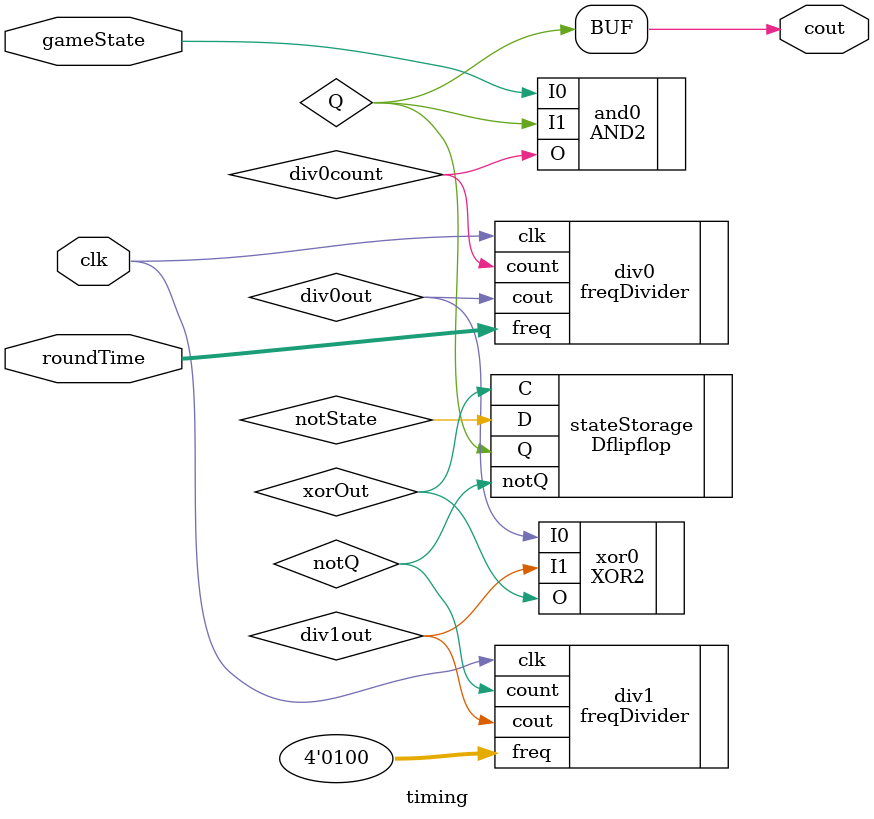
<source format=v>
`timescale 1ns / 1ps
module timing(
    input clk,
    input gameState,
	 input [3:0] roundTime,
	 output cout
    );
	 
	wire notQ, Q, div0out, div1out, div0count, xorOut;

	Dflipflop #(.INIT(1)) stateStorage (.D(notState), .C(xorOut), .Q(Q), .notQ(notQ));
	
	XOR2 xor0(.I0(div0out), .I1(div1out), .O(xorOut));
	AND2 and0(.I0(gameState), .I1(Q), .O(div0count));
	
	freqDivider div0(.clk(clk), .freq(roundTime), .count(div0count), .cout(div0out));
	freqDivider div1(.clk(clk), .freq(4'b0100), .count(notQ), .cout(div1out));
	
	assign cout=Q;

endmodule

</source>
